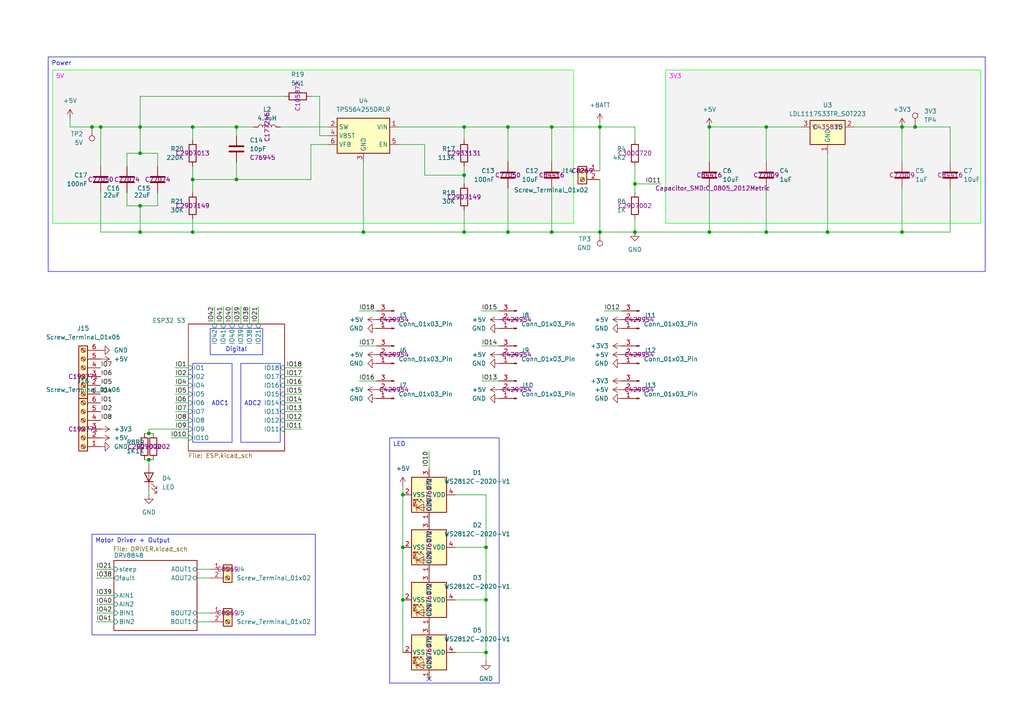
<source format=kicad_sch>
(kicad_sch (version 20250114) (generator "eeschema") (generator_version "9.0")
  (paper "A4")
  (lib_symbols
    (symbol "Connector:Conn_01x03_Pin" (pin_names (offset 1.016) (hide yes))
      (property "Reference" "J" (at 0 5.08 0))
      (property "Value" "Conn_01x03_Pin" (at 0 -5.08 0))
      (symbol "Conn_01x03_Pin_1_1"
        (rectangle (start 0.8636 2.667) (end 0 2.413) (stroke (width 0.1524)) (fill (type outline)))
        (rectangle (start 0.8636 0.127) (end 0 -0.127) (stroke (width 0.1524)) (fill (type outline)))
        (rectangle (start 0.8636 -2.413) (end 0 -2.667) (stroke (width 0.1524)) (fill (type outline)))
        (polyline (pts (xy 1.27 2.54) (xy 0.8636 2.54)) (stroke (width 0.1524)))
        (polyline (pts (xy 1.27 0) (xy 0.8636 0)) (stroke (width 0.1524)))
        (polyline (pts (xy 1.27 -2.54) (xy 0.8636 -2.54)) (stroke (width 0.1524)))
        (pin passive line (at 5.08 2.54 180) (length 3.81) (name "Pin_1") (number "1"))
        (pin passive line (at 5.08 0 180) (length 3.81) (name "Pin_2") (number "2"))
        (pin passive line (at 5.08 -2.54 180) (length 3.81) (name "Pin_3") (number "3"))
      )
    )
    (symbol "Connector:Screw_Terminal_01x02" (pin_names (offset 1.016) (hide yes))
      (property "Reference" "J" (at 0 2.54 0))
      (property "Value" "Screw_Terminal_01x02" (at 0 -5.08 0))
      (symbol "Screw_Terminal_01x02_1_1"
        (rectangle (start -1.27 1.27) (end 1.27 -3.81) (stroke (width 0.254)) (fill (type background)))
        (polyline (pts (xy -0.5334 0.3302) (xy 0.3302 -0.508)) (stroke (width 0.1524)))
        (polyline (pts (xy -0.5334 -2.2098) (xy 0.3302 -3.048)) (stroke (width 0.1524)))
        (polyline (pts (xy -0.3556 0.508) (xy 0.508 -0.3302)) (stroke (width 0.1524)))
        (polyline (pts (xy -0.3556 -2.032) (xy 0.508 -2.8702)) (stroke (width 0.1524)))
        (circle (center 0 0) (radius 0.635) (stroke (width 0.1524)))
        (circle (center 0 -2.54) (radius 0.635) (stroke (width 0.1524)))
        (pin passive line (at -5.08 0 0) (length 3.81) (name "Pin_1") (number "1"))
        (pin passive line (at -5.08 -2.54 0) (length 3.81) (name "Pin_2") (number "2"))
      )
    )
    (symbol "Connector:Screw_Terminal_01x06" (pin_names (offset 1.016) (hide yes))
      (property "Reference" "J" (at 0 7.62 0))
      (property "Value" "Screw_Terminal_01x06" (at 0 -10.16 0))
      (symbol "Screw_Terminal_01x06_1_1"
        (rectangle (start -1.27 6.35) (end 1.27 -8.89) (stroke (width 0.254)) (fill (type background)))
        (polyline (pts (xy -0.5334 5.4102) (xy 0.3302 4.572)) (stroke (width 0.1524)))
        (polyline (pts (xy -0.5334 2.8702) (xy 0.3302 2.032)) (stroke (width 0.1524)))
        (polyline (pts (xy -0.5334 0.3302) (xy 0.3302 -0.508)) (stroke (width 0.1524)))
        (polyline (pts (xy -0.5334 -2.2098) (xy 0.3302 -3.048)) (stroke (width 0.1524)))
        (polyline (pts (xy -0.5334 -4.7498) (xy 0.3302 -5.588)) (stroke (width 0.1524)))
        (polyline (pts (xy -0.5334 -7.2898) (xy 0.3302 -8.128)) (stroke (width 0.1524)))
        (polyline (pts (xy -0.3556 5.588) (xy 0.508 4.7498)) (stroke (width 0.1524)))
        (polyline (pts (xy -0.3556 3.048) (xy 0.508 2.2098)) (stroke (width 0.1524)))
        (polyline (pts (xy -0.3556 0.508) (xy 0.508 -0.3302)) (stroke (width 0.1524)))
        (polyline (pts (xy -0.3556 -2.032) (xy 0.508 -2.8702)) (stroke (width 0.1524)))
        (polyline (pts (xy -0.3556 -4.572) (xy 0.508 -5.4102)) (stroke (width 0.1524)))
        (polyline (pts (xy -0.3556 -7.112) (xy 0.508 -7.9502)) (stroke (width 0.1524)))
        (circle (center 0 5.08) (radius 0.635) (stroke (width 0.1524)))
        (circle (center 0 2.54) (radius 0.635) (stroke (width 0.1524)))
        (circle (center 0 0) (radius 0.635) (stroke (width 0.1524)))
        (circle (center 0 -2.54) (radius 0.635) (stroke (width 0.1524)))
        (circle (center 0 -5.08) (radius 0.635) (stroke (width 0.1524)))
        (circle (center 0 -7.62) (radius 0.635) (stroke (width 0.1524)))
        (pin passive line (at -5.08 5.08 0) (length 3.81) (name "Pin_1") (number "1"))
        (pin passive line (at -5.08 2.54 0) (length 3.81) (name "Pin_2") (number "2"))
        (pin passive line (at -5.08 0 0) (length 3.81) (name "Pin_3") (number "3"))
        (pin passive line (at -5.08 -2.54 0) (length 3.81) (name "Pin_4") (number "4"))
        (pin passive line (at -5.08 -5.08 0) (length 3.81) (name "Pin_5") (number "5"))
        (pin passive line (at -5.08 -7.62 0) (length 3.81) (name "Pin_6") (number "6"))
      )
    )
    (symbol "Connector:TestPoint" (pin_numbers (hide yes)) (pin_names (offset 0.762) (hide yes))
      (property "Reference" "TP" (at 0 6.858 0))
      (property "Value" "TestPoint" (at 0 5.08 0))
      (symbol "TestPoint_0_1"
        (circle (center 0 3.302) (radius 0.762))
      )
      (symbol "TestPoint_1_1"
        (pin passive line (at 0 0 90) (length 2.54) (name "1") (number "1"))
      )
    )
    (symbol "Device:C" (pin_numbers (hide yes)) (pin_names (offset 0.254))
      (property "Reference" "C" (at 0.635 2.54 0))
      (property "Value" "C" (at 0.635 -2.54 0))
      (symbol "C_0_1"
        (polyline (pts (xy -2.032 0.762) (xy 2.032 0.762)) (stroke (width 0.508)))
        (polyline (pts (xy -2.032 -0.762) (xy 2.032 -0.762)) (stroke (width 0.508)))
      )
      (symbol "C_1_1"
        (pin passive line (at 0 3.81 270) (length 2.794) (name "~") (number "1"))
        (pin passive line (at 0 -3.81 90) (length 2.794) (name "~") (number "2"))
      )
    )
    (symbol "Device:L" (pin_numbers (hide yes)) (pin_names (offset 1.016) (hide yes))
      (property "Reference" "L" (at -1.27 0 90))
      (property "Value" "L" (at 1.905 0 90))
      (symbol "L_0_1"
        (arc (start 0 2.54) (mid 0.6323 1.905) (end 0 1.27))
        (arc (start 0 1.27) (mid 0.6323 0.635) (end 0 0))
        (arc (start 0 0) (mid 0.6323 -0.635) (end 0 -1.27))
        (arc (start 0 -1.27) (mid 0.6323 -1.905) (end 0 -2.54))
      )
      (symbol "L_1_1"
        (pin passive line (at 0 3.81 270) (length 1.27) (name "1") (number "1"))
        (pin passive line (at 0 -3.81 90) (length 1.27) (name "2") (number "2"))
      )
    )
    (symbol "Device:LED" (pin_numbers (hide yes)) (pin_names (offset 1.016) (hide yes))
      (property "Reference" "D" (at 0 2.54 0))
      (property "Value" "LED" (at 0 -2.54 0))
      (symbol "LED_0_1"
        (polyline (pts (xy -3.048 -0.762) (xy -4.572 -2.286) (xy -3.81 -2.286) (xy -4.572 -2.286) (xy -4.572 -1.524)))
        (polyline (pts (xy -1.778 -0.762) (xy -3.302 -2.286) (xy -2.54 -2.286) (xy -3.302 -2.286) (xy -3.302 -1.524)))
        (polyline (pts (xy -1.27 0) (xy 1.27 0)))
        (polyline (pts (xy -1.27 -1.27) (xy -1.27 1.27)) (stroke (width 0.254)))
        (polyline (pts (xy 1.27 -1.27) (xy 1.27 1.27) (xy -1.27 0) (xy 1.27 -1.27)) (stroke (width 0.254)))
      )
      (symbol "LED_1_1"
        (pin passive line (at -3.81 0 0) (length 2.54) (name "K") (number "1"))
        (pin passive line (at 3.81 0 180) (length 2.54) (name "A") (number "2"))
      )
    )
    (symbol "Device:R" (pin_numbers (hide yes)) (pin_names (offset 0))
      (property "Reference" "R" (at 2.032 0 90))
      (property "Value" "R" (at 0 0 90))
      (symbol "R_0_1"
        (rectangle (start -1.016 -2.54) (end 1.016 2.54) (stroke (width 0.254)))
      )
      (symbol "R_1_1"
        (pin passive line (at 0 3.81 270) (length 1.27) (name "~") (number "1"))
        (pin passive line (at 0 -3.81 90) (length 1.27) (name "~") (number "2"))
      )
    )
    (symbol "LED:WS2812B-2020" (pin_names (offset 0.254))
      (property "Reference" "D" (at 5.08 5.715 0))
      (property "Value" "WS2812B-2020" (at 1.27 -5.715 0))
      (symbol "WS2812B-2020_0_0"
        (text "RGB" (at 2.286 -4.191 0) (effects (font (size 0.762 0.762))))
      )
      (symbol "WS2812B-2020_0_1"
        (polyline (pts (xy 1.27 -2.54) (xy 1.778 -2.54)))
        (polyline (pts (xy 1.27 -3.556) (xy 1.778 -3.556)))
        (polyline (pts (xy 2.286 -1.524) (xy 1.27 -2.54) (xy 1.27 -2.032)))
        (polyline (pts (xy 2.286 -2.54) (xy 1.27 -3.556) (xy 1.27 -3.048)))
        (polyline (pts (xy 3.683 -1.016) (xy 3.683 -3.556) (xy 3.683 -4.064)))
        (polyline (pts (xy 4.699 -1.524) (xy 2.667 -1.524) (xy 3.683 -3.556) (xy 4.699 -1.524)))
        (polyline (pts (xy 4.699 -3.556) (xy 2.667 -3.556)))
        (rectangle (start 5.08 5.08) (end -5.08 -5.08) (stroke (width 0.254)) (fill (type background)))
      )
      (symbol "WS2812B-2020_1_1"
        (pin input line (at -7.62 0 0) (length 2.54) (name "DIN") (number "3"))
        (pin power_in line (at 0 7.62 270) (length 2.54) (name "VDD") (number "4"))
        (pin power_in line (at 0 -7.62 90) (length 2.54) (name "VSS") (number "2"))
        (pin output line (at 7.62 0 180) (length 2.54) (name "DOUT") (number "1"))
      )
    )
    (symbol "Regulator_Linear:LD1117S33TR_SOT223"
      (property "Reference" "U" (at -3.81 3.175 0))
      (property "Value" "LD1117S33TR_SOT223" (at 0 3.175 0))
      (symbol "LD1117S33TR_SOT223_0_1"
        (rectangle (start -5.08 -5.08) (end 5.08 1.905) (stroke (width 0.254)) (fill (type background)))
      )
      (symbol "LD1117S33TR_SOT223_1_1"
        (pin power_in line (at -7.62 0 0) (length 2.54) (name "VI") (number "3"))
        (pin power_in line (at 0 -7.62 90) (length 2.54) (name "GND") (number "1"))
        (pin power_out line (at 7.62 0 180) (length 2.54) (name "VO") (number "2"))
      )
    )
    (symbol "Regulator_Switching:TPS562202S"
      (property "Reference" "U" (at -7.62 6.35 0))
      (property "Value" "TPS562202S" (at -2.54 6.35 0))
      (symbol "TPS562202S_0_1"
        (rectangle (start -7.62 5.08) (end 7.62 -5.08) (stroke (width 0.254)) (fill (type background)))
      )
      (symbol "TPS562202S_1_1"
        (pin power_in line (at -10.16 2.54 0) (length 2.54) (name "VIN") (number "1"))
        (pin input line (at -10.16 -2.54 0) (length 2.54) (name "EN") (number "5"))
        (pin power_in line (at 0 -7.62 90) (length 2.54) (name "GND") (number "3"))
        (pin output line (at 10.16 2.54 180) (length 2.54) (name "SW") (number "2"))
        (pin passive line (at 10.16 0 180) (length 2.54) (name "VBST") (number "4"))
        (pin input line (at 10.16 -2.54 180) (length 2.54) (name "VFB") (number "6"))
      )
    )
    (symbol "power:+3V3" (power) (pin_numbers (hide yes)) (pin_names (offset 0) (hide yes))
      (property "Value" "+3V3" (at 0 3.556 0))
      (symbol "+3V3_0_1"
        (polyline (pts (xy -0.762 1.27) (xy 0 2.54)))
        (polyline (pts (xy 0 2.54) (xy 0.762 1.27)))
        (polyline (pts (xy 0 0) (xy 0 2.54)))
      )
      (symbol "+3V3_1_1"
        (pin power_in line (at 0 0 90) (length 0) (name "~") (number "1"))
      )
    )
    (symbol "power:+5V" (power) (pin_numbers (hide yes)) (pin_names (offset 0) (hide yes))
      (property "Value" "+5V" (at 0 3.556 0))
      (symbol "+5V_0_1"
        (polyline (pts (xy -0.762 1.27) (xy 0 2.54)))
        (polyline (pts (xy 0 2.54) (xy 0.762 1.27)))
        (polyline (pts (xy 0 0) (xy 0 2.54)))
      )
      (symbol "+5V_1_1"
        (pin power_in line (at 0 0 90) (length 0) (name "~") (number "1"))
      )
    )
    (symbol "power:+BATT" (power) (pin_numbers (hide yes)) (pin_names (offset 0) (hide yes))
      (property "Value" "+BATT" (at 0 3.556 0))
      (symbol "+BATT_0_1"
        (polyline (pts (xy -0.762 1.27) (xy 0 2.54)))
        (polyline (pts (xy 0 2.54) (xy 0.762 1.27)))
        (polyline (pts (xy 0 0) (xy 0 2.54)))
      )
      (symbol "+BATT_1_1"
        (pin power_in line (at 0 0 90) (length 0) (name "~") (number "1"))
      )
    )
    (symbol "power:GND" (power) (pin_numbers (hide yes)) (pin_names (offset 0) (hide yes))
      (property "Value" "GND" (at 0 -3.81 0))
      (symbol "GND_0_1"
        (polyline (pts (xy 0 0) (xy 0 -1.27) (xy 1.27 -1.27) (xy 0 -2.54) (xy -1.27 -1.27) (xy 0 -1.27)))
      )
      (symbol "GND_1_1"
        (pin power_in line (at 0 0 270) (length 0) (name "~") (number "1"))
      )
    )
  )
  (text_box "5V" (at 15.24 20.32 0) (size 151.13 44.45) (margins 0.9525 0.9525 0.9525 0.9525) (stroke (width 0) (color 0 255 0 1)) (fill (type color) (color 0 0 0 0.05)) (effects (font (size 1.27 1.27)) (justify left top)))
  (text_box "3V3\n" (at 193.04 20.32 0) (size 91.44 44.45) (margins 0.9525 0.9525 0.9525 0.9525) (stroke (width 0) (color 0 255 0 1)) (fill (type color) (color 0 0 0 0.05)) (effects (font (size 1.27 1.27)) (justify left top)))
  (text_box "ADC1\n" (at 55.88 105.41 0) (size 11.43 22.86) (margins 0.9525 0.9525 0.9525 0.9525) (effects (font (size 1.27 1.27)) (justify right)))
  (text_box "LED\n" (at 113.03 127 0) (size 31.75 71.12) (margins 0.9525 0.9525 0.9525 0.9525) (effects (font (size 1.27 1.27)) (justify left top)))
  (text_box "Motor Driver + Output\n" (at 26.67 154.94 0) (size 64.77 29.21) (margins 0.9525 0.9525 0.9525 0.9525) (effects (font (size 1.27 1.27)) (justify left top)))
  (text_box "ADC2\n" (at 69.85 105.41 0) (size 11.43 22.86) (margins 0.9525 0.9525 0.9525 0.9525) (effects (font (size 1.27 1.27)) (justify left)))
  (text_box "Digital" (at 60.96 95.25 0) (size 15.24 7.62) (margins 0.9525 0.9525 0.9525 0.9525) (effects (font (size 1.27 1.27)) (justify bottom)))
  (text_box "Power\n" (at 13.97 16.51 0) (size 271.78 62.23) (margins 0.9525 0.9525 0.9525 0.9525) (effects (font (size 1.27 1.27)) (justify left top)))
  (junction (at 68.58 52.07))
  (junction (at 134.62 36.83))
  (junction (at 205.74 36.83))
  (junction (at 55.88 36.83))
  (junction (at 40.64 67.31))
  (junction (at 184.15 53.34))
  (junction (at 173.99 36.83))
  (junction (at 40.64 59.69))
  (junction (at 147.32 67.31))
  (junction (at 43.18 133.35))
  (junction (at 116.84 173.99))
  (junction (at 55.88 52.07))
  (junction (at 134.62 50.8))
  (junction (at 240.03 67.31))
  (junction (at 261.62 36.83))
  (junction (at 105.41 67.31))
  (junction (at 140.97 158.75))
  (junction (at 222.25 36.83))
  (junction (at 68.58 36.83))
  (junction (at 147.32 36.83))
  (junction (at 134.62 67.31))
  (junction (at 160.02 67.31))
  (junction (at 116.84 143.51))
  (junction (at 40.64 36.83))
  (junction (at 205.74 67.31))
  (junction (at 26.67 36.83))
  (junction (at 40.64 44.45))
  (junction (at 160.02 36.83))
  (junction (at 116.84 158.75))
  (junction (at 55.88 67.31))
  (junction (at 222.25 67.31))
  (junction (at 140.97 189.23))
  (junction (at 29.21 36.83))
  (junction (at 261.62 67.31))
  (junction (at 265.43 36.83))
  (junction (at 43.18 125.73))
  (junction (at 173.99 67.31))
  (junction (at 184.15 67.31))
  (junction (at 140.97 173.99))
  (no_connect (at 124.46 196.85))
  (wire (pts (xy 104.14 100.33) (xy 109.22 100.33)))
  (wire (pts (xy 184.15 67.31) (xy 205.74 67.31)))
  (wire (pts (xy 116.84 158.75) (xy 116.84 173.99)))
  (wire (pts (xy 29.21 67.31) (xy 29.21 55.88)))
  (wire (pts (xy 43.18 125.73) (xy 43.18 124.46)))
  (wire (pts (xy 124.46 130.81) (xy 124.46 135.89)))
  (wire (pts (xy 116.84 173.99) (xy 116.84 189.23)))
  (wire (pts (xy 60.96 165.1) (xy 57.15 165.1)))
  (wire (pts (xy 116.84 140.97) (xy 116.84 143.51)))
  (wire (pts (xy 132.08 173.99) (xy 140.97 173.99)))
  (wire (pts (xy 92.71 27.94) (xy 90.17 27.94)))
  (wire (pts (xy 205.74 36.83) (xy 222.25 36.83)))
  (wire (pts (xy 57.15 180.34) (xy 60.96 180.34)))
  (wire (pts (xy 184.15 36.83) (xy 184.15 40.64)))
  (wire (pts (xy 134.62 67.31) (xy 105.41 67.31)))
  (wire (pts (xy 184.15 53.34) (xy 184.15 55.88)))
  (wire (pts (xy 134.62 60.96) (xy 134.62 67.31)))
  (wire (pts (xy 27.94 177.8) (xy 33.02 177.8)))
  (wire (pts (xy 45.72 48.26) (xy 45.72 44.45)))
  (wire (pts (xy 50.8 119.38) (xy 54.61 119.38)))
  (wire (pts (xy 115.57 36.83) (xy 134.62 36.83)))
  (wire (pts (xy 173.99 36.83) (xy 184.15 36.83)))
  (wire (pts (xy 275.59 67.31) (xy 261.62 67.31)))
  (wire (pts (xy 27.94 165.1) (xy 33.02 165.1)))
  (wire (pts (xy 173.99 36.83) (xy 173.99 49.53)))
  (wire (pts (xy 90.17 41.91) (xy 90.17 52.07)))
  (wire (pts (xy 82.55 124.46) (xy 87.63 124.46)))
  (wire (pts (xy 36.83 59.69) (xy 36.83 55.88)))
  (wire (pts (xy 134.62 48.26) (xy 134.62 50.8)))
  (wire (pts (xy 43.18 142.24) (xy 43.18 143.51)))
  (wire (pts (xy 123.19 50.8) (xy 134.62 50.8)))
  (wire (pts (xy 139.7 90.17) (xy 144.78 90.17)))
  (wire (pts (xy 90.17 52.07) (xy 68.58 52.07)))
  (wire (pts (xy 26.67 36.83) (xy 20.32 36.83)))
  (wire (pts (xy 134.62 36.83) (xy 134.62 40.64)))
  (wire (pts (xy 55.88 48.26) (xy 55.88 52.07)))
  (wire (pts (xy 55.88 63.5) (xy 55.88 67.31)))
  (wire (pts (xy 40.64 36.83) (xy 29.21 36.83)))
  (wire (pts (xy 45.72 55.88) (xy 45.72 59.69)))
  (wire (pts (xy 82.55 109.22) (xy 87.63 109.22)))
  (wire (pts (xy 240.03 67.31) (xy 261.62 67.31)))
  (wire (pts (xy 43.18 133.35) (xy 43.18 134.62)))
  (wire (pts (xy 27.94 167.64) (xy 33.02 167.64)))
  (wire (pts (xy 50.8 109.22) (xy 54.61 109.22)))
  (wire (pts (xy 27.94 172.72) (xy 33.02 172.72)))
  (wire (pts (xy 40.64 36.83) (xy 40.64 44.45)))
  (wire (pts (xy 29.21 36.83) (xy 26.67 36.83)))
  (wire (pts (xy 240.03 44.45) (xy 240.03 67.31)))
  (wire (pts (xy 68.58 36.83) (xy 68.58 39.37)))
  (wire (pts (xy 55.88 40.64) (xy 55.88 36.83)))
  (wire (pts (xy 261.62 54.61) (xy 261.62 67.31)))
  (wire (pts (xy 275.59 46.99) (xy 275.59 36.83)))
  (wire (pts (xy 147.32 54.61) (xy 147.32 67.31)))
  (wire (pts (xy 147.32 36.83) (xy 134.62 36.83)))
  (wire (pts (xy 45.72 44.45) (xy 40.64 44.45)))
  (wire (pts (xy 275.59 36.83) (xy 265.43 36.83)))
  (wire (pts (xy 184.15 63.5) (xy 184.15 67.31)))
  (wire (pts (xy 92.71 39.37) (xy 92.71 27.94)))
  (wire (pts (xy 116.84 143.51) (xy 116.84 158.75)))
  (wire (pts (xy 40.64 59.69) (xy 36.83 59.69)))
  (wire (pts (xy 160.02 36.83) (xy 147.32 36.83)))
  (wire (pts (xy 160.02 67.31) (xy 147.32 67.31)))
  (wire (pts (xy 82.55 111.76) (xy 87.63 111.76)))
  (wire (pts (xy 20.32 34.29) (xy 20.32 36.83)))
  (wire (pts (xy 69.85 88.9) (xy 69.85 93.98)))
  (wire (pts (xy 123.19 41.91) (xy 123.19 50.8)))
  (wire (pts (xy 50.8 114.3) (xy 54.61 114.3)))
  (wire (pts (xy 43.18 125.73) (xy 44.45 125.73)))
  (wire (pts (xy 261.62 36.83) (xy 265.43 36.83)))
  (wire (pts (xy 222.25 67.31) (xy 240.03 67.31)))
  (wire (pts (xy 68.58 52.07) (xy 68.58 46.99)))
  (wire (pts (xy 104.14 110.49) (xy 109.22 110.49)))
  (wire (pts (xy 67.31 88.9) (xy 67.31 93.98)))
  (wire (pts (xy 139.7 110.49) (xy 144.78 110.49)))
  (wire (pts (xy 41.91 125.73) (xy 43.18 125.73)))
  (wire (pts (xy 222.25 36.83) (xy 232.41 36.83)))
  (wire (pts (xy 205.74 67.31) (xy 222.25 67.31)))
  (wire (pts (xy 82.55 114.3) (xy 87.63 114.3)))
  (wire (pts (xy 175.26 90.17) (xy 180.34 90.17)))
  (wire (pts (xy 40.64 27.94) (xy 40.64 36.83)))
  (wire (pts (xy 160.02 54.61) (xy 160.02 67.31)))
  (wire (pts (xy 140.97 158.75) (xy 132.08 158.75)))
  (wire (pts (xy 132.08 189.23) (xy 140.97 189.23)))
  (wire (pts (xy 95.25 39.37) (xy 92.71 39.37)))
  (wire (pts (xy 57.15 177.8) (xy 60.96 177.8)))
  (wire (pts (xy 82.55 27.94) (xy 40.64 27.94)))
  (wire (pts (xy 261.62 36.83) (xy 261.62 46.99)))
  (wire (pts (xy 222.25 36.83) (xy 222.25 46.99)))
  (wire (pts (xy 49.53 127) (xy 54.61 127)))
  (wire (pts (xy 27.94 175.26) (xy 33.02 175.26)))
  (wire (pts (xy 105.41 46.99) (xy 105.41 67.31)))
  (wire (pts (xy 105.41 67.31) (xy 55.88 67.31)))
  (wire (pts (xy 73.66 36.83) (xy 68.58 36.83)))
  (wire (pts (xy 205.74 54.61) (xy 205.74 67.31)))
  (wire (pts (xy 275.59 54.61) (xy 275.59 67.31)))
  (wire (pts (xy 43.18 124.46) (xy 54.61 124.46)))
  (wire (pts (xy 64.77 88.9) (xy 64.77 93.98)))
  (wire (pts (xy 173.99 67.31) (xy 160.02 67.31)))
  (wire (pts (xy 139.7 100.33) (xy 144.78 100.33)))
  (wire (pts (xy 147.32 67.31) (xy 134.62 67.31)))
  (wire (pts (xy 173.99 52.07) (xy 173.99 67.31)))
  (wire (pts (xy 95.25 36.83) (xy 81.28 36.83)))
  (wire (pts (xy 173.99 36.83) (xy 160.02 36.83)))
  (wire (pts (xy 55.88 36.83) (xy 68.58 36.83)))
  (wire (pts (xy 29.21 36.83) (xy 29.21 48.26)))
  (wire (pts (xy 82.55 116.84) (xy 87.63 116.84)))
  (wire (pts (xy 140.97 143.51) (xy 140.97 158.75)))
  (wire (pts (xy 62.23 88.9) (xy 62.23 93.98)))
  (wire (pts (xy 55.88 36.83) (xy 40.64 36.83)))
  (wire (pts (xy 222.25 54.61) (xy 222.25 67.31)))
  (wire (pts (xy 82.55 106.68) (xy 87.63 106.68)))
  (wire (pts (xy 41.91 133.35) (xy 43.18 133.35)))
  (wire (pts (xy 74.93 88.9) (xy 74.93 93.98)))
  (wire (pts (xy 45.72 59.69) (xy 40.64 59.69)))
  (wire (pts (xy 184.15 67.31) (xy 173.99 67.31)))
  (wire (pts (xy 140.97 158.75) (xy 140.97 173.99)))
  (wire (pts (xy 55.88 67.31) (xy 40.64 67.31)))
  (wire (pts (xy 140.97 173.99) (xy 140.97 189.23)))
  (wire (pts (xy 134.62 50.8) (xy 134.62 53.34)))
  (wire (pts (xy 184.15 48.26) (xy 184.15 53.34)))
  (wire (pts (xy 72.39 88.9) (xy 72.39 93.98)))
  (wire (pts (xy 82.55 119.38) (xy 87.63 119.38)))
  (wire (pts (xy 132.08 143.51) (xy 140.97 143.51)))
  (wire (pts (xy 160.02 46.99) (xy 160.02 36.83)))
  (wire (pts (xy 247.65 36.83) (xy 261.62 36.83)))
  (wire (pts (xy 82.55 121.92) (xy 87.63 121.92)))
  (wire (pts (xy 140.97 189.23) (xy 140.97 191.77)))
  (wire (pts (xy 95.25 41.91) (xy 90.17 41.91)))
  (wire (pts (xy 104.14 90.17) (xy 109.22 90.17)))
  (wire (pts (xy 27.94 180.34) (xy 33.02 180.34)))
  (wire (pts (xy 40.64 44.45) (xy 36.83 44.45)))
  (wire (pts (xy 40.64 67.31) (xy 29.21 67.31)))
  (wire (pts (xy 68.58 52.07) (xy 55.88 52.07)))
  (wire (pts (xy 40.64 59.69) (xy 40.64 67.31)))
  (wire (pts (xy 43.18 133.35) (xy 44.45 133.35)))
  (wire (pts (xy 205.74 36.83) (xy 205.74 46.99)))
  (wire (pts (xy 36.83 44.45) (xy 36.83 48.26)))
  (wire (pts (xy 50.8 111.76) (xy 54.61 111.76)))
  (wire (pts (xy 50.8 121.92) (xy 54.61 121.92)))
  (wire (pts (xy 115.57 41.91) (xy 123.19 41.91)))
  (wire (pts (xy 191.77 53.34) (xy 184.15 53.34)))
  (wire (pts (xy 173.99 35.56) (xy 173.99 36.83)))
  (wire (pts (xy 50.8 106.68) (xy 54.61 106.68)))
  (wire (pts (xy 60.96 167.64) (xy 57.15 167.64)))
  (wire (pts (xy 50.8 116.84) (xy 54.61 116.84)))
  (wire (pts (xy 147.32 36.83) (xy 147.32 46.99)))
  (wire (pts (xy 55.88 52.07) (xy 55.88 55.88)))
  (label "IO41" (at 64.77 88.9 270))
  (label "IO4" (at 29.21 114.3 0))
  (label "IO14" (at 87.63 116.84 180))
  (label "IO7" (at 50.8 119.38 0))
  (label "IO13" (at 139.7 110.49 0))
  (label "IO5" (at 50.8 114.3 0))
  (label "IO38" (at 72.39 88.9 270))
  (label "IO13" (at 87.63 119.38 180))
  (label "IO16" (at 87.63 111.76 180))
  (label "IO38" (at 27.94 167.64 0))
  (label "IO8" (at 50.8 121.92 0))
  (label "IO11" (at 87.63 124.46 180))
  (label "IO6" (at 29.21 109.22 0))
  (label "IO39" (at 69.85 88.9 270))
  (label "IO4" (at 50.8 111.76 0))
  (label "IO11" (at 191.77 53.34 180))
  (label "IO14" (at 139.7 100.33 0))
  (label "IO18" (at 87.63 106.68 180))
  (label "IO2" (at 29.21 119.38 0))
  (label "IO21" (at 27.94 165.1 0))
  (label "IO9" (at 50.8 124.46 0))
  (label "IO10" (at 49.53 127 0))
  (label "IO10" (at 124.46 130.81 270))
  (label "IO17" (at 87.63 109.22 180))
  (label "IO8" (at 29.21 121.92 0))
  (label "IO42" (at 27.94 177.8 0))
  (label "IO40" (at 67.31 88.9 270))
  (label "IO12" (at 175.26 90.17 0))
  (label "IO40" (at 27.94 175.26 0))
  (label "IO12" (at 87.63 121.92 180))
  (label "IO6" (at 50.8 116.84 0))
  (label "IO42" (at 62.23 88.9 270))
  (label "IO1" (at 29.21 116.84 0))
  (label "IO39" (at 27.94 172.72 0))
  (label "IO41" (at 27.94 180.34 0))
  (label "IO21" (at 74.93 88.9 270))
  (label "IO17" (at 104.14 100.33 0))
  (label "IO16" (at 104.14 110.49 0))
  (label "IO5" (at 29.21 111.76 0))
  (label "IO18" (at 104.14 90.17 0))
  (label "IO7" (at 29.21 106.68 0))
  (label "IO15" (at 139.7 90.17 0))
  (label "IO1" (at 50.8 106.68 0))
  (label "IO15" (at 87.63 114.3 180))
  (label "IO2" (at 50.8 109.22 0))
  (symbol (lib_id "Device:C") (at 275.59 50.8 0) (unit 1)
    (property "Reference" "C7" (at 279.4 49.5299 0) (effects (justify left)))
    (property "Value" "10uF" (at 279.4 52.0699 0) (effects (justify left)))
    (property "Footprint" "Capacitor_SMD:C_0805_2012Metric" (effects (hide yes)))
    (property "Description" "Unpolarized capacitor" (effects (hide yes)))
    (property "LCSC Part #" "C84416" (at 275.59 50.8 0))
  )
  (symbol (lib_id "power:+3V3") (at 261.62 36.83 0) (unit 1)
    (property "Reference" "#PWR046" (effects (hide yes)))
    (property "Value" "+3V3" (at 261.62 31.75 0))
    (property "Description" "Power symbol creates a global label with name \"+3V3\"" (effects (hide yes)))
  )
  (symbol (lib_id "power:+3V3") (at 180.34 100.33 90) (unit 1)
    (property "Reference" "#PWR043" (effects (hide yes)))
    (property "Value" "+3V3" (at 176.53 100.3299 90) (effects (justify left)))
    (property "Description" "Power symbol creates a global label with name \"+3V3\"" (effects (hide yes)))
  )
  (symbol (lib_id "Device:R") (at 86.36 27.94 270) (mirror x) (unit 1)
    (property "Reference" "R19" (at 86.36 21.59 90))
    (property "Value" "5K1" (at 86.36 24.13 90))
    (property "Footprint" "Resistor_SMD:R_0402_1005Metric" (effects (hide yes)))
    (property "Description" "Resistor" (effects (hide yes)))
    (property "LCSC Part #" "C105872" (at 86.36 27.94 0))
  )
  (symbol (lib_id "power:+BATT") (at 173.99 35.56 0) (mirror y) (unit 1)
    (property "Reference" "#PWR024" (effects (hide yes)))
    (property "Value" "+BATT" (at 173.99 30.48 0))
    (property "Description" "Power symbol creates a global label with name \"+BATT\"" (effects (hide yes)))
  )
  (symbol (lib_id "power:+5V") (at 116.84 140.97 0) (unit 1)
    (property "Reference" "#PWR01" (effects (hide yes)))
    (property "Value" "+5V" (at 116.84 135.89 0))
    (property "Description" "Power symbol creates a global label with name \"+5V\"" (effects (hide yes)))
  )
  (symbol (lib_id "Device:R") (at 134.62 57.15 0) (mirror y) (unit 1)
    (property "Reference" "R18" (at 132.08 55.8799 0) (effects (justify left)))
    (property "Value" "30K" (at 132.08 58.4199 0) (effects (justify left)))
    (property "Footprint" "Resistor_SMD:R_0603_1608Metric" (effects (hide yes)))
    (property "Description" "Resistor" (effects (hide yes)))
    (property "LCSC Part #" "C2907149" (at 134.62 57.15 0))
  )
  (symbol (lib_id "Device:C") (at 160.02 50.8 0) (mirror y) (unit 1)
    (property "Reference" "C12" (at 156.21 49.5299 0) (effects (justify left)))
    (property "Value" "10uF" (at 156.21 52.0699 0) (effects (justify left)))
    (property "Footprint" "Capacitor_SMD:C_0805_2012Metric" (effects (hide yes)))
    (property "Description" "Unpolarized capacitor" (effects (hide yes)))
    (property "LCSC Part #" "C84416" (at 160.02 50.8 0))
  )
  (symbol (lib_id "power:GND") (at 180.34 115.57 270) (unit 1)
    (property "Reference" "#PWR042" (effects (hide yes)))
    (property "Value" "GND" (at 176.53 115.5699 90) (effects (justify right)))
    (property "Description" "Power symbol creates a global label with name \"GND\" , ground" (effects (hide yes)))
  )
  (symbol (lib_id "power:GND") (at 43.18 143.51 0) (unit 1)
    (property "Reference" "#PWR03" (effects (hide yes)))
    (property "Value" "GND" (at 43.18 148.59 0))
    (property "Description" "Power symbol creates a global label with name \"GND\" , ground" (effects (hide yes)))
  )
  (symbol (lib_id "Device:C") (at 68.58 43.18 0) (mirror y) (unit 1)
    (property "Reference" "C14" (at 72.39 40.6399 0) (effects (justify right)))
    (property "Value" "10pF" (at 72.39 43.1799 0) (effects (justify right)))
    (property "Footprint" "Capacitor_SMD:C_0402_1005Metric" (effects (hide yes)))
    (property "Description" "Unpolarized capacitor" (effects (hide yes)))
    (property "LCSC Part #" "C76945" (at 72.39 45.7199 0) (effects (justify right)))
  )
  (symbol (lib_id "Connector:Screw_Terminal_01x06") (at 24.13 109.22 180) (unit 1)
    (property "Reference" "J15" (at 24.13 95.25 0))
    (property "Value" "Screw_Terminal_01x06" (at 24.13 97.79 0))
    (property "Footprint" "TerminalBlock:TerminalBlock_MaiXu_MX126-5.0-06P_1x06_P5.00mm" (effects (hide yes)))
    (property "Description" "Generic screw terminal, single row, 01x06, script generated (kicad-library-utils/schlib/autogen/connector/)" (effects (hide yes)))
    (property "LCSC Part #" "C192771" (at 24.13 109.22 0))
  )
  (symbol (lib_id "Device:C") (at 205.74 50.8 0) (unit 1)
    (property "Reference" "C6" (at 209.55 49.5299 0) (effects (justify left)))
    (property "Value" "10uF" (at 209.55 52.0699 0) (effects (justify left)))
    (property "Footprint" "Capacitor_SMD:C_0805_2012Metric" (at 206.7052 54.61 0))
    (property "Description" "Unpolarized capacitor" (effects (hide yes)))
    (property "LCSC Part #" "C84416" (at 205.74 50.8 0))
  )
  (symbol (lib_id "power:GND") (at 109.22 115.57 270) (unit 1)
    (property "Reference" "#PWR030" (effects (hide yes)))
    (property "Value" "GND" (at 105.41 115.5699 90) (effects (justify right)))
    (property "Description" "Power symbol creates a global label with name \"GND\" , ground" (effects (hide yes)))
  )
  (symbol (lib_id "power:GND") (at 29.21 101.6 90) (mirror x) (unit 1)
    (property "Reference" "#PWR017" (effects (hide yes)))
    (property "Value" "GND" (at 33.02 101.6001 90) (effects (justify right)))
    (property "Description" "Power symbol creates a global label with name \"GND\" , ground" (effects (hide yes)))
  )
  (symbol (lib_id "power:+5V") (at 29.21 127 270) (mirror x) (unit 1)
    (property "Reference" "#PWR06" (effects (hide yes)))
    (property "Value" "+5V" (at 33.02 127.0001 90) (effects (justify left)))
    (property "Description" "Power symbol creates a global label with name \"+5V\"" (effects (hide yes)))
  )
  (symbol (lib_id "power:GND") (at 144.78 95.25 270) (unit 1)
    (property "Reference" "#PWR032" (effects (hide yes)))
    (property "Value" "GND" (at 140.97 95.2499 90) (effects (justify right)))
    (property "Description" "Power symbol creates a global label with name \"GND\" , ground" (effects (hide yes)))
  )
  (symbol (lib_id "Device:LED") (at 43.18 138.43 90) (unit 1)
    (property "Reference" "D4" (at 46.99 138.7474 90) (effects (justify right)))
    (property "Value" "LED" (at 46.99 141.2874 90) (effects (justify right)))
    (property "Footprint" "LED_SMD:LED_0805_2012Metric" (effects (hide yes)))
    (property "Description" "Light emitting diode" (effects (hide yes)))
    (property "Sim.Pins" "1=K 2=A" (effects (hide yes)))
  )
  (symbol (lib_id "Connector:TestPoint") (at 265.43 36.83 0) (mirror y) (unit 1) (in_bom no)
    (property "Reference" "TP4" (at 267.97 34.7981 0) (effects (justify right)))
    (property "Value" "3V3" (at 267.97 32.2581 0) (effects (justify right)))
    (property "Footprint" "TestPoint:TestPoint_Pad_D2.0mm" (effects (hide yes)))
    (property "Description" "test point" (effects (hide yes)))
  )
  (symbol (lib_id "Connector:Conn_01x03_Pin") (at 149.86 113.03 180) (unit 1)
    (property "Reference" "J10" (at 151.13 111.7599 0) (effects (justify right)))
    (property "Value" "Conn_01x03_Pin" (at 151.13 114.2999 0) (effects (justify right)))
    (property "Footprint" "CustomConnector:PinHeader_1x03_P2.54mm_Vertical_0Yard" (effects (hide yes)))
    (property "Description" "Generic connector, single row, 01x03, script generated" (effects (hide yes)))
    (property "LCSC Part #" "C429954" (at 149.86 113.03 0))
  )
  (symbol (lib_id "power:GND") (at 180.34 95.25 270) (unit 1)
    (property "Reference" "#PWR038" (effects (hide yes)))
    (property "Value" "GND" (at 176.53 95.2499 90) (effects (justify right)))
    (property "Description" "Power symbol creates a global label with name \"GND\" , ground" (effects (hide yes)))
  )
  (symbol (lib_id "Connector:Screw_Terminal_01x02") (at 66.04 177.8 0) (unit 1)
    (property "Reference" "J5" (at 68.58 177.7999 0) (effects (justify left)))
    (property "Value" "Screw_Terminal_01x02" (at 68.58 180.3399 0) (effects (justify left)))
    (property "Footprint" "TerminalBlock:TerminalBlock_MaiXu_MX126-5.0-02P_1x02_P5.00mm" (effects (hide yes)))
    (property "Description" "Generic screw terminal, single row, 01x02, script generated (kicad-library-utils/schlib/autogen/connector/)" (effects (hide yes)))
    (property "LCSC Part #" "C8269" (at 66.04 177.8 0))
  )
  (symbol (lib_id "Connector:TestPoint") (at 26.67 36.83 0) (mirror x) (unit 1) (in_bom no)
    (property "Reference" "TP2" (at 24.13 38.8619 0) (effects (justify right)))
    (property "Value" "5V" (at 24.13 41.4019 0) (effects (justify right)))
    (property "Footprint" "TestPoint:TestPoint_Pad_D2.0mm" (effects (hide yes)))
    (property "Description" "test point" (effects (hide yes)))
  )
  (symbol (lib_id "power:GND") (at 180.34 105.41 270) (unit 1)
    (property "Reference" "#PWR040" (effects (hide yes)))
    (property "Value" "GND" (at 176.53 105.4099 90) (effects (justify right)))
    (property "Description" "Power symbol creates a global label with name \"GND\" , ground" (effects (hide yes)))
  )
  (symbol (lib_id "power:GND") (at 29.21 129.54 90) (mirror x) (unit 1)
    (property "Reference" "#PWR04" (effects (hide yes)))
    (property "Value" "GND" (at 33.02 129.5401 90) (effects (justify right)))
    (property "Description" "Power symbol creates a global label with name \"GND\" , ground" (effects (hide yes)))
  )
  (symbol (lib_id "power:GND") (at 109.22 95.25 270) (unit 1)
    (property "Reference" "#PWR021" (effects (hide yes)))
    (property "Value" "GND" (at 105.41 95.2499 90) (effects (justify right)))
    (property "Description" "Power symbol creates a global label with name \"GND\" , ground" (effects (hide yes)))
  )
  (symbol (lib_id "power:+5V") (at 180.34 92.71 90) (unit 1)
    (property "Reference" "#PWR037" (effects (hide yes)))
    (property "Value" "+5V" (at 176.53 92.7099 90) (effects (justify left)))
    (property "Description" "Power symbol creates a global label with name \"+5V\"" (effects (hide yes)))
  )
  (symbol (lib_id "power:GND") (at 140.97 191.77 0) (unit 1)
    (property "Reference" "#PWR02" (effects (hide yes)))
    (property "Value" "GND" (at 140.97 196.85 0))
    (property "Description" "Power symbol creates a global label with name \"GND\" , ground" (effects (hide yes)))
  )
  (symbol (lib_id "Device:C") (at 45.72 52.07 0) (mirror y) (unit 1)
    (property "Reference" "C15" (at 43.688 54.61 0) (effects (justify left)))
    (property "Value" "22uF" (at 43.688 56.642 0) (effects (justify left)))
    (property "Footprint" "Capacitor_SMD:C_0805_2012Metric" (effects (hide yes)))
    (property "Description" "Unpolarized capacitor" (effects (hide yes)))
    (property "LCSC Part #" "C77074" (at 45.72 52.07 0))
  )
  (symbol (lib_id "power:+5V") (at 180.34 102.87 90) (unit 1)
    (property "Reference" "#PWR039" (effects (hide yes)))
    (property "Value" "+5V" (at 176.53 102.8699 90) (effects (justify left)))
    (property "Description" "Power symbol creates a global label with name \"+5V\"" (effects (hide yes)))
  )
  (symbol (lib_id "power:+5V") (at 29.21 104.14 270) (mirror x) (unit 1)
    (property "Reference" "#PWR07" (effects (hide yes)))
    (property "Value" "+5V" (at 33.02 104.1401 90) (effects (justify left)))
    (property "Description" "Power symbol creates a global label with name \"+5V\"" (effects (hide yes)))
  )
  (symbol (lib_id "power:GND") (at 109.22 105.41 270) (unit 1)
    (property "Reference" "#PWR028" (effects (hide yes)))
    (property "Value" "GND" (at 105.41 105.4099 90) (effects (justify right)))
    (property "Description" "Power symbol creates a global label with name \"GND\" , ground" (effects (hide yes)))
  )
  (symbol (lib_id "power:+5V") (at 180.34 113.03 90) (unit 1)
    (property "Reference" "#PWR041" (effects (hide yes)))
    (property "Value" "+5V" (at 176.53 113.0299 90) (effects (justify left)))
    (property "Description" "Power symbol creates a global label with name \"+5V\"" (effects (hide yes)))
  )
  (symbol (lib_id "Connector:Screw_Terminal_01x02") (at 168.91 49.53 0) (mirror y) (unit 1)
    (property "Reference" "J14" (at 166.37 49.5299 0) (effects (justify left)))
    (property "Value" "Screw_Terminal_01x02" (at 170.688 55.118 0) (effects (justify left)))
    (property "Footprint" "TerminalBlock:TerminalBlock_MaiXu_MX126-5.0-02P_1x02_P5.00mm" (effects (hide yes)))
    (property "Description" "Generic screw terminal, single row, 01x02, script generated (kicad-library-utils/schlib/autogen/connector/)" (effects (hide yes)))
    (property "LCSC Part #" "C8269" (at 168.91 49.53 0))
  )
  (symbol (lib_id "Device:C") (at 222.25 50.8 0) (unit 1)
    (property "Reference" "C4" (at 226.06 49.5299 0) (effects (justify left)))
    (property "Value" "1uF" (at 226.06 52.0699 0) (effects (justify left)))
    (property "Footprint" "Capacitor_SMD:C_0402_1005Metric" (effects (hide yes)))
    (property "Description" "Unpolarized capacitor" (effects (hide yes)))
    (property "LCSC Part #" "C77009" (at 222.25 50.8 0))
  )
  (symbol (lib_id "Connector:Conn_01x03_Pin") (at 149.86 92.71 180) (unit 1)
    (property "Reference" "J8" (at 151.13 91.4399 0) (effects (justify right)))
    (property "Value" "Conn_01x03_Pin" (at 151.13 93.9799 0) (effects (justify right)))
    (property "Footprint" "CustomConnector:PinHeader_1x03_P2.54mm_Vertical_0Yard" (effects (hide yes)))
    (property "Description" "Generic connector, single row, 01x03, script generated" (effects (hide yes)))
    (property "LCSC Part #" "C429954" (at 149.86 92.71 0))
  )
  (symbol (lib_id "Connector:Conn_01x03_Pin") (at 114.3 92.71 180) (unit 1)
    (property "Reference" "J3" (at 115.57 91.4399 0) (effects (justify right)))
    (property "Value" "Conn_01x03_Pin" (at 115.57 93.9799 0) (effects (justify right)))
    (property "Footprint" "CustomConnector:PinHeader_1x03_P2.54mm_Vertical_0Yard" (effects (hide yes)))
    (property "Description" "Generic connector, single row, 01x03, script generated" (effects (hide yes)))
    (property "LCSC Part #" "C429954" (at 114.3 92.71 0))
  )
  (symbol (lib_id "power:+5V") (at 205.74 36.83 0) (mirror y) (unit 1)
    (property "Reference" "#PWR08" (effects (hide yes)))
    (property "Value" "+5V" (at 205.74 31.75 0))
    (property "Description" "Power symbol creates a global label with name \"+5V\"" (effects (hide yes)))
  )
  (symbol (lib_id "Device:C") (at 261.62 50.8 0) (unit 1)
    (property "Reference" "C5" (at 265.43 49.5299 0) (effects (justify left)))
    (property "Value" "1uF" (at 265.43 52.0699 0) (effects (justify left)))
    (property "Footprint" "Capacitor_SMD:C_0402_1005Metric" (effects (hide yes)))
    (property "Description" "Unpolarized capacitor" (effects (hide yes)))
    (property "LCSC Part #" "C77009" (at 261.62 50.8 0))
  )
  (symbol (lib_id "Device:C") (at 147.32 50.8 0) (mirror y) (unit 1)
    (property "Reference" "C13" (at 143.51 49.5299 0) (effects (justify left)))
    (property "Value" "100nF" (at 143.51 52.0699 0) (effects (justify left)))
    (property "Footprint" "Capacitor_SMD:C_0603_1608Metric" (effects (hide yes)))
    (property "Description" "Unpolarized capacitor" (effects (hide yes)))
    (property "LCSC Part #" "C77050" (at 147.32 50.8 0))
  )
  (symbol (lib_id "Regulator_Switching:TPS562202S") (at 105.41 39.37 0) (mirror y) (unit 1)
    (property "Reference" "U4" (at 105.41 29.21 0))
    (property "Value" "TPS564255DRLR" (at 105.41 31.75 0))
    (property "Footprint" "Package_TO_SOT_SMD:SOT-563" (effects (hide yes)))
    (property "Datasheet" "https://www.ti.com/lit/ds/symlink/tps562202s.pdf" (effects (hide yes)))
    (property "Description" "2A Synchronous Step-Down Voltage Regulator 580kHz, Adjustable Output Voltage, 4.5-17V Input Voltage, 0.804V-7V Output Voltage, SOT-563" (effects (hide yes)))
    (property "LCSC Part #" "C19272233" (effects (hide yes)))
  )
  (symbol (lib_id "power:+5V") (at 144.78 92.71 90) (unit 1)
    (property "Reference" "#PWR031" (effects (hide yes)))
    (property "Value" "+5V" (at 140.97 92.7099 90) (effects (justify left)))
    (property "Description" "Power symbol creates a global label with name \"+5V\"" (effects (hide yes)))
  )
  (symbol (lib_id "power:+3V3") (at 29.21 124.46 270) (mirror x) (unit 1)
    (property "Reference" "#PWR05" (effects (hide yes)))
    (property "Value" "+3V3" (at 33.02 124.4601 90) (effects (justify left)))
    (property "Description" "Power symbol creates a global label with name \"+3V3\"" (effects (hide yes)))
  )
  (symbol (lib_id "Connector:TestPoint") (at 173.99 67.31 0) (mirror x) (unit 1) (in_bom no)
    (property "Reference" "TP3" (at 171.45 69.3419 0) (effects (justify right)))
    (property "Value" "GND" (at 171.45 71.8819 0) (effects (justify right)))
    (property "Footprint" "TestPoint:TestPoint_Pad_D2.0mm" (effects (hide yes)))
    (property "Description" "test point" (effects (hide yes)))
  )
  (symbol (lib_id "power:+5V") (at 109.22 113.03 90) (unit 1)
    (property "Reference" "#PWR029" (effects (hide yes)))
    (property "Value" "+5V" (at 105.41 113.0299 90) (effects (justify left)))
    (property "Description" "Power symbol creates a global label with name \"+5V\"" (effects (hide yes)))
  )
  (symbol (lib_id "Device:R") (at 55.88 59.69 0) (mirror x) (unit 1)
    (property "Reference" "R21" (at 53.34 58.4199 0) (effects (justify right)))
    (property "Value" "30K" (at 53.34 60.9599 0) (effects (justify right)))
    (property "Footprint" "Resistor_SMD:R_0603_1608Metric" (effects (hide yes)))
    (property "Description" "Resistor" (effects (hide yes)))
    (property "LCSC Part #" "C2907149" (at 55.88 59.69 0))
  )
  (symbol (lib_id "Connector:Conn_01x03_Pin") (at 114.3 113.03 180) (unit 1)
    (property "Reference" "J7" (at 115.57 111.7599 0) (effects (justify right)))
    (property "Value" "Conn_01x03_Pin" (at 115.57 114.2999 0) (effects (justify right)))
    (property "Footprint" "CustomConnector:PinHeader_1x03_P2.54mm_Vertical_0Yard" (effects (hide yes)))
    (property "Description" "Generic connector, single row, 01x03, script generated" (effects (hide yes)))
    (property "LCSC Part #" "C429954" (at 114.3 113.03 0))
  )
  (symbol (lib_id "power:+5V") (at 144.78 113.03 90) (unit 1)
    (property "Reference" "#PWR035" (effects (hide yes)))
    (property "Value" "+5V" (at 140.97 113.0299 90) (effects (justify left)))
    (property "Description" "Power symbol creates a global label with name \"+5V\"" (effects (hide yes)))
  )
  (symbol (lib_id "Device:R") (at 184.15 44.45 0) (mirror y) (unit 1)
    (property "Reference" "R4" (at 181.61 43.1799 0) (effects (justify left)))
    (property "Value" "4K2" (at 181.61 45.72 0) (effects (justify left)))
    (property "Footprint" "Resistor_SMD:R_0603_1608Metric" (effects (hide yes)))
    (property "Description" "Resistor" (effects (hide yes)))
    (property "LCSC Part #" "C3000720" (at 184.15 44.45 0))
  )
  (symbol (lib_id "LED:WS2812B-2020") (at 124.46 173.99 270) (unit 1)
    (property "Reference" "D3" (at 138.43 167.5698 90))
    (property "Value" "WS2812C-2020-V1" (at 138.43 170.1098 90))
    (property "Footprint" "LED_SMD:LED_WS2812B-2020_PLCC4_2.0x2.0mm" (effects (hide yes)))
    (property "Datasheet" "https://cdn-shop.adafruit.com/product-files/4684/4684_WS2812B-2020_V1.3_EN.pdf" (effects (hide yes)))
    (property "Description" "RGB LED with integrated controller, 2.0 x 2.0 mm, 12 mA" (effects (hide yes)))
    (property "LCSC Part #" "C2976072" (at 124.46 173.99 0))
  )
  (symbol (lib_id "power:GND") (at 144.78 105.41 270) (unit 1)
    (property "Reference" "#PWR034" (effects (hide yes)))
    (property "Value" "GND" (at 140.97 105.4099 90) (effects (justify right)))
    (property "Description" "Power symbol creates a global label with name \"GND\" , ground" (effects (hide yes)))
  )
  (symbol (lib_id "power:+5V") (at 20.32 34.29 0) (mirror y) (unit 1)
    (property "Reference" "#PWR026" (effects (hide yes)))
    (property "Value" "+5V" (at 20.32 29.21 0))
    (property "Description" "Power symbol creates a global label with name \"+5V\"" (effects (hide yes)))
  )
  (symbol (lib_id "Device:R") (at 55.88 44.45 0) (mirror x) (unit 1)
    (property "Reference" "R20" (at 53.34 43.1799 0) (effects (justify right)))
    (property "Value" "220K" (at 53.34 45.7199 0) (effects (justify right)))
    (property "Footprint" "Resistor_SMD:R_0603_1608Metric" (effects (hide yes)))
    (property "Description" "Resistor" (effects (hide yes)))
    (property "LCSC Part #" "C2907013" (at 55.88 44.45 0))
  )
  (symbol (lib_id "Device:L") (at 77.47 36.83 270) (mirror x) (unit 1)
    (property "Reference" "L2" (at 77.47 31.75 90))
    (property "Value" "4.7uH" (at 77.47 34.29 90))
    (property "Footprint" "Inductor_SMD:L_Changjiang_FXL0530" (effects (hide yes)))
    (property "Description" "Inductor" (effects (hide yes)))
    (property "LCSC Part #" "C177246" (at 77.47 36.83 0))
  )
  (symbol (lib_id "LED:WS2812B-2020") (at 124.46 143.51 270) (unit 1)
    (property "Reference" "D1" (at 138.43 137.0898 90))
    (property "Value" "WS2812C-2020-V1" (at 138.43 139.6298 90))
    (property "Footprint" "LED_SMD:LED_WS2812B-2020_PLCC4_2.0x2.0mm" (effects (hide yes)))
    (property "Datasheet" "https://cdn-shop.adafruit.com/product-files/4684/4684_WS2812B-2020_V1.3_EN.pdf" (effects (hide yes)))
    (property "Description" "RGB LED with integrated controller, 2.0 x 2.0 mm, 12 mA" (effects (hide yes)))
    (property "LCSC Part #" "C2976072" (at 124.46 143.51 0))
  )
  (symbol (lib_id "power:+5V") (at 109.22 92.71 90) (unit 1)
    (property "Reference" "#PWR020" (effects (hide yes)))
    (property "Value" "+5V" (at 105.41 92.7099 90) (effects (justify left)))
    (property "Description" "Power symbol creates a global label with name \"+5V\"" (effects (hide yes)))
  )
  (symbol (lib_id "Connector:Screw_Terminal_01x02") (at 66.04 165.1 0) (unit 1)
    (property "Reference" "J4" (at 68.58 165.0999 0) (effects (justify left)))
    (property "Value" "Screw_Terminal_01x02" (at 68.58 167.6399 0) (effects (justify left)))
    (property "Footprint" "TerminalBlock:TerminalBlock_MaiXu_MX126-5.0-02P_1x02_P5.00mm" (effects (hide yes)))
    (property "Description" "Generic screw terminal, single row, 01x02, script generated (kicad-library-utils/schlib/autogen/connector/)" (effects (hide yes)))
    (property "LCSC Part #" "C8269" (at 66.04 165.1 0))
  )
  (symbol (lib_id "Connector:Conn_01x03_Pin") (at 185.42 113.03 180) (unit 1)
    (property "Reference" "J13" (at 186.69 111.7599 0) (effects (justify right)))
    (property "Value" "Conn_01x03_Pin" (at 186.69 114.2999 0) (effects (justify right)))
    (property "Footprint" "CustomConnector:PinHeader_1x03_P2.54mm_Vertical_0Yard" (effects (hide yes)))
    (property "Description" "Generic connector, single row, 01x03, script generated" (effects (hide yes)))
    (property "LCSC Part #" "C429954" (at 185.42 113.03 0))
  )
  (symbol (lib_id "Connector:Conn_01x03_Pin") (at 185.42 92.71 180) (unit 1)
    (property "Reference" "J11" (at 186.69 91.4399 0) (effects (justify right)))
    (property "Value" "Conn_01x03_Pin" (at 186.69 93.9799 0) (effects (justify right)))
    (property "Footprint" "CustomConnector:PinHeader_1x03_P2.54mm_Vertical_0Yard" (effects (hide yes)))
    (property "Description" "Generic connector, single row, 01x03, script generated" (effects (hide yes)))
    (property "LCSC Part #" "C429954" (at 185.42 92.71 0))
  )
  (symbol (lib_id "power:+3V3") (at 180.34 110.49 90) (unit 1)
    (property "Reference" "#PWR044" (effects (hide yes)))
    (property "Value" "+3V3" (at 176.53 110.4899 90) (effects (justify left)))
    (property "Description" "Power symbol creates a global label with name \"+3V3\"" (effects (hide yes)))
  )
  (symbol (lib_id "Device:R") (at 41.91 129.54 0) (mirror y) (unit 1)
    (property "Reference" "R8" (at 39.37 128.2699 0) (effects (justify left)))
    (property "Value" "1K" (at 39.37 130.8099 0) (effects (justify left)))
    (property "Footprint" "Resistor_SMD:R_0603_1608Metric" (effects (hide yes)))
    (property "Description" "Resistor" (effects (hide yes)))
    (property "LCSC Part #" "C2907002" (at 41.91 129.54 0))
  )
  (symbol (lib_id "Connector:Conn_01x03_Pin") (at 149.86 102.87 180) (unit 1)
    (property "Reference" "J9" (at 151.13 101.5999 0) (effects (justify right)))
    (property "Value" "Conn_01x03_Pin" (at 151.13 104.1399 0) (effects (justify right)))
    (property "Footprint" "CustomConnector:PinHeader_1x03_P2.54mm_Vertical_0Yard" (effects (hide yes)))
    (property "Description" "Generic connector, single row, 01x03, script generated" (effects (hide yes)))
    (property "LCSC Part #" "C429954" (at 149.86 102.87 0))
  )
  (symbol (lib_id "Device:C") (at 29.21 52.07 0) (mirror y) (unit 1)
    (property "Reference" "C17" (at 25.4 50.7999 0) (effects (justify left)))
    (property "Value" "100nF" (at 25.4 53.3399 0) (effects (justify left)))
    (property "Footprint" "Capacitor_SMD:C_0603_1608Metric" (effects (hide yes)))
    (property "Description" "Unpolarized capacitor" (effects (hide yes)))
    (property "LCSC Part #" "C77050" (at 29.21 52.07 0))
  )
  (symbol (lib_id "power:+5V") (at 109.22 102.87 90) (unit 1)
    (property "Reference" "#PWR027" (effects (hide yes)))
    (property "Value" "+5V" (at 105.41 102.8699 90) (effects (justify left)))
    (property "Description" "Power symbol creates a global label with name \"+5V\"" (effects (hide yes)))
  )
  (symbol (lib_id "Connector:Screw_Terminal_01x06") (at 24.13 124.46 180) (unit 1)
    (property "Reference" "J16" (at 24.13 110.49 0))
    (property "Value" "Screw_Terminal_01x06" (at 24.13 113.03 0))
    (property "Footprint" "TerminalBlock:TerminalBlock_MaiXu_MX126-5.0-06P_1x06_P5.00mm" (effects (hide yes)))
    (property "Description" "Generic screw terminal, single row, 01x06, script generated (kicad-library-utils/schlib/autogen/connector/)" (effects (hide yes)))
    (property "LCSC Part #" "C192771" (at 24.13 124.46 0))
  )
  (symbol (lib_id "Regulator_Linear:LD1117S33TR_SOT223") (at 240.03 36.83 0) (unit 1)
    (property "Reference" "U3" (at 240.03 30.48 0))
    (property "Value" "LDL1117S33TR_SOT223" (at 240.03 33.02 0))
    (property "Footprint" "Package_TO_SOT_SMD:SOT-223-3_TabPin2" (effects (hide yes)))
    (property "Datasheet" "http://www.st.com/st-web-ui/static/active/en/resource/technical/document/datasheet/CD00000544.pdf" (effects (hide yes)))
    (property "Description" "800mA Fixed Low Drop Positive Voltage Regulator, Fixed Output 3.3V, SOT-223" (effects (hide yes)))
    (property "LCSC Part #" "C435835" (at 240.03 36.83 0))
  )
  (symbol (lib_id "power:GND") (at 144.78 115.57 270) (unit 1)
    (property "Reference" "#PWR036" (effects (hide yes)))
    (property "Value" "GND" (at 140.97 115.5699 90) (effects (justify right)))
    (property "Description" "Power symbol creates a global label with name \"GND\" , ground" (effects (hide yes)))
  )
  (symbol (lib_id "Connector:Conn_01x03_Pin") (at 114.3 102.87 180) (unit 1)
    (property "Reference" "J6" (at 115.57 101.5999 0) (effects (justify right)))
    (property "Value" "Conn_01x03_Pin" (at 115.57 104.1399 0) (effects (justify right)))
    (property "Footprint" "CustomConnector:PinHeader_1x03_P2.54mm_Vertical_0Yard" (effects (hide yes)))
    (property "Description" "Generic connector, single row, 01x03, script generated" (effects (hide yes)))
    (property "LCSC Part #" "C429954" (at 114.3 102.87 0))
  )
  (symbol (lib_id "LED:WS2812B-2020") (at 124.46 158.75 270) (unit 1)
    (property "Reference" "D2" (at 138.43 152.3298 90))
    (property "Value" "WS2812C-2020-V1" (at 138.43 154.8698 90))
    (property "Footprint" "LED_SMD:LED_WS2812B-2020_PLCC4_2.0x2.0mm" (effects (hide yes)))
    (property "Datasheet" "https://cdn-shop.adafruit.com/product-files/4684/4684_WS2812B-2020_V1.3_EN.pdf" (effects (hide yes)))
    (property "Description" "RGB LED with integrated controller, 2.0 x 2.0 mm, 12 mA" (effects (hide yes)))
    (property "LCSC Part #" "C2976072" (at 124.46 158.75 0))
  )
  (symbol (lib_id "power:GND") (at 184.15 67.31 0) (mirror y) (unit 1)
    (property "Reference" "#PWR025" (effects (hide yes)))
    (property "Value" "GND" (at 184.15 72.39 0))
    (property "Description" "Power symbol creates a global label with name \"GND\" , ground" (effects (hide yes)))
  )
  (symbol (lib_id "LED:WS2812B-2020") (at 124.46 189.23 270) (unit 1)
    (property "Reference" "D5" (at 138.43 182.8098 90))
    (property "Value" "WS2812C-2020-V1" (at 138.43 185.3498 90))
    (property "Footprint" "LED_SMD:LED_WS2812B-2020_PLCC4_2.0x2.0mm" (effects (hide yes)))
    (property "Datasheet" "https://cdn-shop.adafruit.com/product-files/4684/4684_WS2812B-2020_V1.3_EN.pdf" (effects (hide yes)))
    (property "Description" "RGB LED with integrated controller, 2.0 x 2.0 mm, 12 mA" (effects (hide yes)))
    (property "LCSC Part #" "C2976072" (at 124.46 189.23 0))
  )
  (symbol (lib_id "Device:R") (at 44.45 129.54 0) (mirror y) (unit 1)
    (property "Reference" "R9" (at 41.91 128.2699 0) (effects (justify left)))
    (property "Value" "1K" (at 41.91 130.8099 0) (effects (justify left)))
    (property "Footprint" "Resistor_SMD:R_0603_1608Metric" (effects (hide yes)))
    (property "Description" "Resistor" (effects (hide yes)))
    (property "LCSC Part #" "C2907002" (at 44.45 129.54 0))
  )
  (symbol (lib_id "Device:C") (at 36.83 52.07 0) (mirror y) (unit 1)
    (property "Reference" "C16" (at 34.798 54.61 0) (effects (justify left)))
    (property "Value" "22uF" (at 34.798 56.642 0) (effects (justify left)))
    (property "Footprint" "Capacitor_SMD:C_0805_2012Metric" (effects (hide yes)))
    (property "Description" "Unpolarized capacitor" (effects (hide yes)))
    (property "LCSC Part #" "C77074" (at 36.83 52.07 0))
  )
  (symbol (lib_id "power:+5V") (at 144.78 102.87 90) (unit 1)
    (property "Reference" "#PWR033" (effects (hide yes)))
    (property "Value" "+5V" (at 140.97 102.8699 90) (effects (justify left)))
    (property "Description" "Power symbol creates a global label with name \"+5V\"" (effects (hide yes)))
  )
  (symbol (lib_id "Connector:Conn_01x03_Pin") (at 185.42 102.87 180) (unit 1)
    (property "Reference" "J12" (at 186.69 101.5999 0) (effects (justify right)))
    (property "Value" "Conn_01x03_Pin" (at 186.69 104.1399 0) (effects (justify right)))
    (property "Footprint" "CustomConnector:PinHeader_1x03_P2.54mm_Vertical_0Yard" (effects (hide yes)))
    (property "Description" "Generic connector, single row, 01x03, script generated" (effects (hide yes)))
    (property "LCSC Part #" "C429954" (at 185.42 102.87 0))
  )
  (symbol (lib_id "Device:R") (at 184.15 59.69 0) (mirror y) (unit 1)
    (property "Reference" "R6" (at 181.61 58.4199 0) (effects (justify left)))
    (property "Value" "1K" (at 181.61 60.9599 0) (effects (justify left)))
    (property "Footprint" "Resistor_SMD:R_0603_1608Metric" (effects (hide yes)))
    (property "Description" "Resistor" (effects (hide yes)))
    (property "LCSC Part #" "C2907002" (at 184.15 59.69 0))
  )
  (symbol (lib_id "Device:R") (at 134.62 44.45 0) (mirror y) (unit 1)
    (property "Reference" "R17" (at 132.08 43.1799 0) (effects (justify left)))
    (property "Value" "113K" (at 132.08 45.7199 0) (effects (justify left)))
    (property "Footprint" "Resistor_SMD:R_0603_1608Metric" (effects (hide yes)))
    (property "Description" "Resistor" (effects (hide yes)))
    (property "LCSC Part #" "C2933131" (at 134.62 44.45 0))
  )
  (sheet (at 33.02 162.56) (size 24.13 20.32) (stroke (width 0.1524))
    (property "Sheetname" "DRV8848" (at 33.02 161.8484 0) (effects (justify left bottom)))
    (property "Sheetfile" "DRIVER.kicad_sch" (at 32.766 158.496 0) (effects (justify left top)))
    (pin "AOUT1" bidirectional (at 57.15 165.1 0))
    (pin "BOUT2" bidirectional (at 57.15 177.8 0))
    (pin "BOUT1" bidirectional (at 57.15 180.34 0))
    (pin "AOUT2" bidirectional (at 57.15 167.64 0))
    (pin "sleep" input (at 33.02 165.1 180))
    (pin "fault" output (at 33.02 167.64 180))
    (pin "BIN2" input (at 33.02 180.34 180))
    (pin "AIN2" input (at 33.02 175.26 180))
    (pin "AIN1" input (at 33.02 172.72 180))
    (pin "BIN1" input (at 33.02 177.8 180))
  )
  (sheet (at 54.61 93.98) (size 27.94 36.83) (stroke (width 0.1524))
    (property "Sheetname" "ESP32 S3" (at 44.196 93.726 0) (effects (justify left bottom)))
    (property "Sheetfile" "ESP.kicad_sch" (at 54.61 131.3946 0) (effects (justify left top)))
    (pin "IO41" input (at 64.77 93.98 90))
    (pin "IO18" input (at 82.55 106.68 0))
    (pin "IO11" input (at 82.55 124.46 0))
    (pin "IO16" input (at 82.55 111.76 0))
    (pin "IO40" input (at 67.31 93.98 90))
    (pin "IO38" input (at 72.39 93.98 90))
    (pin "IO21" input (at 74.93 93.98 90))
    (pin "IO39" input (at 69.85 93.98 90))
    (pin "IO1" input (at 54.61 106.68 180))
    (pin "IO5" input (at 54.61 114.3 180))
    (pin "IO2" input (at 54.61 109.22 180))
    (pin "IO4" input (at 54.61 111.76 180))
    (pin "IO9" input (at 54.61 124.46 180))
    (pin "IO6" input (at 54.61 116.84 180))
    (pin "IO7" input (at 54.61 119.38 180))
    (pin "IO8" input (at 54.61 121.92 180))
    (pin "IO12" input (at 82.55 121.92 0))
    (pin "IO15" input (at 82.55 114.3 0))
    (pin "IO14" input (at 82.55 116.84 0))
    (pin "IO17" input (at 82.55 109.22 0))
    (pin "IO13" input (at 82.55 119.38 0))
    (pin "IO10" input (at 54.61 127 180))
    (pin "IO42" input (at 62.23 93.98 90))
  )
)
</source>
